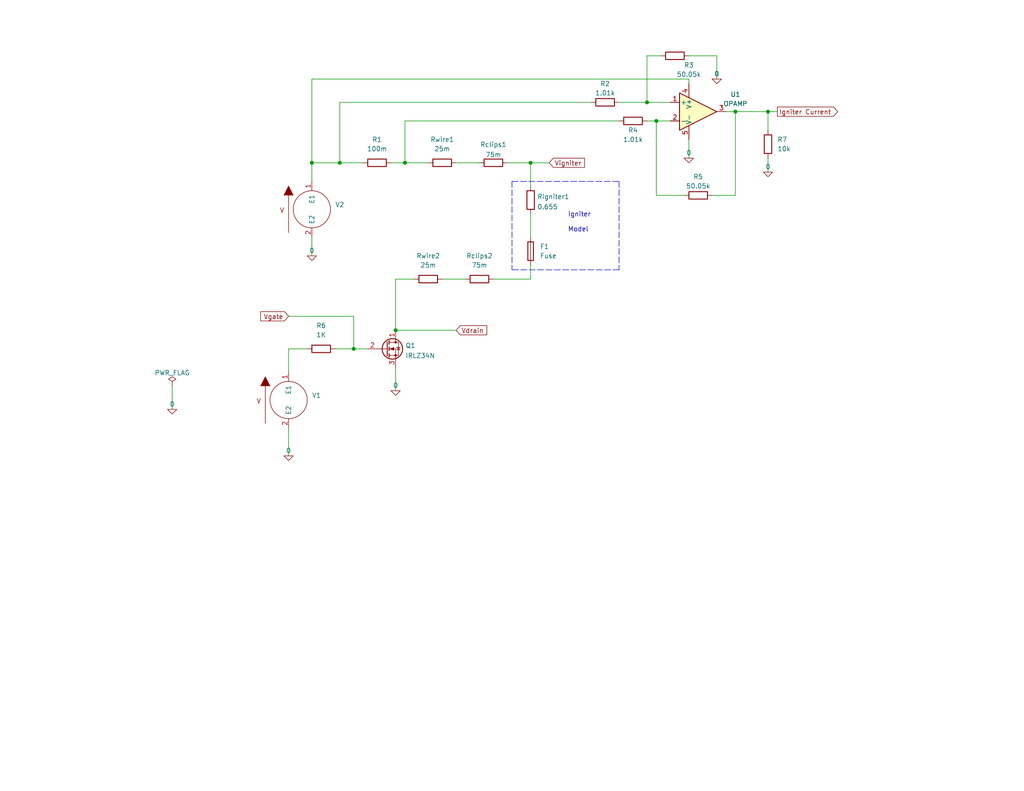
<source format=kicad_sch>
(kicad_sch (version 20211123) (generator eeschema)
  (paper "USLetter")
  (title_block (title "MOSFET Tests") (date "2021-10-26") (rev "0.1") (comment 1 "Estes Igniter"))
  (lib_symbols
    (symbol "Device:Fuse" (pin_numbers hide) (pin_names (offset 0))
      (property "Reference" "F" (at 2.032 0 90))
      (property "Value" "Fuse" (at -1.905 0 90))
      (symbol "Fuse_0_1"
        (rectangle (start -0.762 -2.54) (end 0.762 2.54) (stroke (width 0.254)))
        (polyline (pts (xy 0 2.54) (xy 0 -2.54)))
      )
      (symbol "Fuse_1_1"
        (pin passive line (at 0 3.81 270) (length 1.27) (name "~") (number "1"))
        (pin passive line (at 0 -3.81 90) (length 1.27) (name "~") (number "2"))
      )
    )
    (symbol "Device:R" (pin_numbers hide) (pin_names (offset 0))
      (property "Reference" "R" (at 2.032 0 90))
      (property "Value" "R" (at 0 0 90))
      (symbol "R_0_1"
        (rectangle (start -1.016 -2.54) (end 1.016 2.54) (stroke (width 0.254)))
      )
      (symbol "R_1_1"
        (pin passive line (at 0 3.81 270) (length 1.27) (name "~") (number "1"))
        (pin passive line (at 0 -3.81 90) (length 1.27) (name "~") (number "2"))
      )
    )
    (symbol "Simulation_SPICE:OPAMP" (pin_names (offset 0.254))
      (property "Reference" "U" (at 3.81 3.175 0))
      (property "Value" "OPAMP" (at 3.81 -3.175 0))
      (symbol "OPAMP_0_1"
        (polyline (pts (xy 5.08 0) (xy -5.08 5.08) (xy -5.08 -5.08) (xy 5.08 0)) (stroke (width 0.254)) (fill (type background)))
      )
      (symbol "OPAMP_1_1"
        (pin input line (at -7.62 2.54 0) (length 2.54) (name "+") (number "1"))
        (pin input line (at -7.62 -2.54 0) (length 2.54) (name "-") (number "2"))
        (pin output line (at 7.62 0 180) (length 2.54) (name "~") (number "3"))
        (pin power_in line (at -2.54 7.62 270) (length 3.81) (name "V+") (number "4"))
        (pin power_in line (at -2.54 -7.62 90) (length 3.81) (name "V-") (number "5"))
      )
    )
    (symbol "Simulation_SPICE:VDC" (pin_numbers hide) (pin_names (offset 0.0254))
      (property "Reference" "V" (at 2.54 2.54 0))
      (property "Value" "VDC" (at 2.54 0 0))
      (property "Spice_Model" "dc(1)" (at 2.54 -2.54 0))
      (symbol "VDC_0_0"
        (polyline (pts (xy -1.27 0.254) (xy 1.27 0.254)))
        (polyline (pts (xy -0.762 -0.254) (xy -1.27 -0.254)))
        (polyline (pts (xy 0.254 -0.254) (xy -0.254 -0.254)))
        (polyline (pts (xy 1.27 -0.254) (xy 0.762 -0.254)))
        (text "+" (at 0 1.905 0) (effects (font (size 1.27 1.27))))
      )
      (symbol "VDC_0_1"
        (circle (center 0 0) (radius 2.54) (stroke (width 0.254)) (fill (type background)))
      )
      (symbol "VDC_1_1"
        (pin passive line (at 0 5.08 270) (length 2.54) (name "~") (number "1"))
        (pin passive line (at 0 -5.08 90) (length 2.54) (name "~") (number "2"))
      )
    )
    (symbol "Transistor_FET:IRLZ34N" (pin_names hide)
      (property "Reference" "Q?" (at 5.207 0.9085 0))
      (property "Value" "IRLZ34N" (at 5.207 -1.8666 0))
      (symbol "IRLZ34N_0_1"
        (polyline (pts (xy 0.254 0) (xy -2.54 0)))
        (polyline (pts (xy 0.254 1.905) (xy 0.254 -1.905)) (stroke (width 0.254)))
        (polyline (pts (xy 0.762 -1.27) (xy 0.762 -2.286)) (stroke (width 0.254)))
        (polyline (pts (xy 0.762 0.508) (xy 0.762 -0.508)) (stroke (width 0.254)))
        (polyline (pts (xy 0.762 2.286) (xy 0.762 1.27)) (stroke (width 0.254)))
        (polyline (pts (xy 2.54 2.54) (xy 2.54 1.778)))
        (polyline (pts (xy 2.54 -2.54) (xy 2.54 0) (xy 0.762 0)))
        (polyline (pts (xy 0.762 -1.778) (xy 3.302 -1.778) (xy 3.302 1.778) (xy 0.762 1.778)))
        (polyline (pts (xy 1.016 0) (xy 2.032 0.381) (xy 2.032 -0.381) (xy 1.016 0)) (fill (type outline)))
        (polyline (pts (xy 2.794 0.508) (xy 2.921 0.381) (xy 3.683 0.381) (xy 3.81 0.254)))
        (polyline (pts (xy 3.302 0.381) (xy 2.921 -0.254) (xy 3.683 -0.254) (xy 3.302 0.381)))
        (circle (center 1.651 0) (radius 2.794) (stroke (width 0.254)))
        (circle (center 2.54 -1.778) (radius 0.254) (fill (type outline)))
        (circle (center 2.54 1.778) (radius 0.254) (fill (type outline)))
      )
      (symbol "IRLZ34N_1_1"
        (pin passive line (at 2.54 5.08 270) (length 2.54) (name "D") (number "1"))
        (pin input line (at -5.08 0 0) (length 2.54) (name "G") (number "2"))
        (pin passive line (at 2.54 -5.08 90) (length 2.54) (name "S") (number "3"))
      )
    )
    (symbol "power:PWR_FLAG" (power) (pin_numbers hide) (pin_names (offset 0) hide)
      (property "Value" "PWR_FLAG" (at 0 3.81 0))
      (symbol "PWR_FLAG_0_0"
        (pin power_out line (at 0 0 90) (length 0) (name "pwr") (number "1"))
      )
      (symbol "PWR_FLAG_0_1"
        (polyline (pts (xy 0 0) (xy 0 1.27) (xy -1.016 1.905) (xy 0 2.54) (xy 1.016 1.905) (xy 0 1.27)))
      )
    )
    (symbol "pspice:0" (power) (pin_names (offset 0))
      (property "Value" "0" (at 0 -1.778 0))
      (symbol "0_0_1"
        (polyline (pts (xy -1.27 0) (xy 0 -1.27) (xy 1.27 0) (xy -1.27 0)))
      )
      (symbol "0_1_1"
        (pin power_in line (at 0 0 0) (length 0) hide (name "0") (number "1"))
      )
    )
    (symbol "pspice:VSOURCE" (pin_names (offset 1.016))
      (property "Reference" "V" (at -6.35 7.62 0))
      (property "Value" "VSOURCE" (at 0 0 0))
      (symbol "VSOURCE_0_1"
        (polyline (pts (xy -6.35 -6.35) (xy -6.35 3.81)) (fill (type outline)))
        (polyline (pts (xy -7.62 3.81) (xy -6.35 6.35) (xy -5.08 3.81)) (fill (type outline)))
        (circle (center 0 0) (radius 5.08))
        (text "V" (at -8.128 -0.254 0) (effects (font (size 1.27 1.27))))
      )
      (symbol "VSOURCE_1_1"
        (pin input line (at 0 7.62 270) (length 2.54) (name "E1") (number "1"))
        (pin input line (at 0 -7.62 90) (length 2.54) (name "E2") (number "2"))
      )
    )
  )
  (junction (at 85.09 44.45))
  (junction (at 209.55 30.48))
  (junction (at 179.07 33.02))
  (junction (at 144.78 44.45))
  (junction (at 110.49 44.45))
  (junction (at 200.66 30.48))
  (junction (at 176.53 27.94))
  (junction (at 92.71 44.45))
  (junction (at 96.52 95.25))
  (junction (at 107.95 90.17))
  (wire (pts (xy 120.65 76.2) (xy 127 76.2)))
  (wire (pts (xy 107.95 90.17) (xy 124.46 90.17)))
  (wire (pts (xy 96.52 95.25) (xy 100.33 95.25)))
  (polyline (pts (xy 139.7 49.53) (xy 139.7 73.66)))
  (wire (pts (xy 144.78 58.42) (xy 144.78 64.77)))
  (wire (pts (xy 209.55 43.18) (xy 209.55 46.99)))
  (wire (pts (xy 198.12 30.48) (xy 200.66 30.48)))
  (wire (pts (xy 46.99 105.41) (xy 46.99 111.76)))
  (wire (pts (xy 85.09 64.77) (xy 85.09 69.85)))
  (wire (pts (xy 78.74 116.84) (xy 78.74 124.46)))
  (wire (pts (xy 176.53 15.24) (xy 176.53 27.94)))
  (wire (pts (xy 124.46 44.45) (xy 130.81 44.45)))
  (wire (pts (xy 176.53 15.24) (xy 180.34 15.24)))
  (wire (pts (xy 144.78 44.45) (xy 144.78 50.8)))
  (wire (pts (xy 168.91 27.94) (xy 176.53 27.94)))
  (wire (pts (xy 78.74 95.25) (xy 78.74 101.6)))
  (wire (pts (xy 92.71 27.94) (xy 161.29 27.94)))
  (wire (pts (xy 92.71 44.45) (xy 92.71 27.94)))
  (wire (pts (xy 209.55 30.48) (xy 212.09 30.48)))
  (wire (pts (xy 96.52 86.36) (xy 96.52 95.25)))
  (wire (pts (xy 92.71 44.45) (xy 99.06 44.45)))
  (wire (pts (xy 85.09 44.45) (xy 85.09 49.53)))
  (wire (pts (xy 91.44 95.25) (xy 96.52 95.25)))
  (wire (pts (xy 176.53 33.02) (xy 179.07 33.02)))
  (wire (pts (xy 83.82 95.25) (xy 78.74 95.25)))
  (polyline (pts (xy 168.91 73.66) (xy 139.7 73.66)))
  (wire (pts (xy 78.74 86.36) (xy 96.52 86.36)))
  (wire (pts (xy 179.07 33.02) (xy 182.88 33.02)))
  (wire (pts (xy 107.95 100.33) (xy 107.95 106.68)))
  (wire (pts (xy 85.09 21.59) (xy 187.96 21.59)))
  (wire (pts (xy 144.78 44.45) (xy 149.86 44.45)))
  (wire (pts (xy 179.07 33.02) (xy 179.07 53.34)))
  (wire (pts (xy 187.96 21.59) (xy 187.96 22.86)))
  (wire (pts (xy 209.55 30.48) (xy 209.55 35.56)))
  (wire (pts (xy 110.49 44.45) (xy 116.84 44.45)))
  (wire (pts (xy 85.09 21.59) (xy 85.09 44.45)))
  (wire (pts (xy 138.43 44.45) (xy 144.78 44.45)))
  (wire (pts (xy 187.96 38.1) (xy 187.96 43.18)))
  (wire (pts (xy 144.78 76.2) (xy 144.78 72.39)))
  (wire (pts (xy 179.07 53.34) (xy 186.69 53.34)))
  (wire (pts (xy 187.96 15.24) (xy 195.58 15.24)))
  (polyline (pts (xy 139.7 49.53) (xy 168.91 49.53)))
  (wire (pts (xy 134.62 76.2) (xy 144.78 76.2)))
  (wire (pts (xy 107.95 76.2) (xy 107.95 90.17)))
  (wire (pts (xy 176.53 27.94) (xy 182.88 27.94)))
  (polyline (pts (xy 168.91 49.53) (xy 168.91 73.66)))
  (wire (pts (xy 106.68 44.45) (xy 110.49 44.45)))
  (wire (pts (xy 85.09 44.45) (xy 92.71 44.45)))
  (wire (pts (xy 195.58 15.24) (xy 195.58 21.59)))
  (wire (pts (xy 200.66 53.34) (xy 200.66 30.48)))
  (wire (pts (xy 200.66 30.48) (xy 209.55 30.48)))
  (wire (pts (xy 107.95 76.2) (xy 113.03 76.2)))
  (wire (pts (xy 168.91 33.02) (xy 110.49 33.02)))
  (wire (pts (xy 110.49 33.02) (xy 110.49 44.45)))
  (wire (pts (xy 194.31 53.34) (xy 200.66 53.34)))
  (text "Igniter\n\nModel" (at 154.94 63.5 0) (effects (font (size 1.27 1.27)) (justify left bottom)))
  (global_label "Vigniter" (shape input) (at 149.86 44.45 0) (property "Intersheet References" "${INTERSHEET_REFS}" (effects hide)))
  (global_label "Vdrain" (shape input) (at 124.46 90.17 0) (property "Intersheet References" "${INTERSHEET_REFS}" (effects hide)))
  (global_label "Vgate" (shape input) (at 78.74 86.36 180) (property "Intersheet References" "${INTERSHEET_REFS}" (effects hide)))
  (global_label "Igniter Current" (shape output) (at 212.09 30.48 0) (property "Intersheet References" "${INTERSHEET_REFS}" (effects hide)))
  (symbol (lib_id "pspice:0") (at 85.09 69.85 0) (unit 1)
    (property "Reference" "#GND0103" (effects hide))
    (property "Value" "0" (at 85.09 68.4044 0))
  )
  (symbol (lib_id "Device:R") (at 184.15 15.24 270) (unit 1)
    (property "Reference" "R3" (at 187.96 17.78 90))
    (property "Value" "50.05k" (at 187.96 20.32 90))
  )
  (symbol (lib_id "Device:R") (at 130.81 76.2 270) (unit 1)
    (property "Reference" "Rclips2" (at 130.81 69.85 90))
    (property "Value" "75m" (at 130.81 72.39 90))
  )
  (symbol (lib_id "Device:R") (at 102.87 44.45 270) (unit 1)
    (property "Reference" "R1" (at 102.87 38.1 90))
    (property "Value" "100m" (at 102.87 40.64 90))
    (property "Spice_Primitive" "R" (effects hide))
    (property "Spice_Model" "0.1" (effects hide))
    (property "Spice_Netlist_Enabled" "Y" (effects hide))
  )
  (symbol (lib_id "Device:R") (at 190.5 53.34 270) (unit 1)
    (property "Reference" "R5" (at 190.5 48.26 90))
    (property "Value" "50.05k" (at 190.5 50.8 90))
  )
  (symbol (lib_id "Device:R") (at 120.65 44.45 90) (unit 1)
    (property "Reference" "Rwire1" (at 120.65 38.1 90))
    (property "Value" "25m" (at 120.65 40.64 90))
  )
  (symbol (lib_id "Device:R") (at 165.1 27.94 270) (unit 1)
    (property "Reference" "R2" (at 165.1 22.86 90))
    (property "Value" "1.01k" (at 165.1 25.4 90))
  )
  (symbol (lib_id "Simulation_SPICE:OPAMP") (at 190.5 30.48 0) (unit 1)
    (property "Reference" "U1" (at 200.66 25.781 0))
    (property "Value" "OPAMP" (at 200.66 28.321 0))
    (property "Spice_Netlist_Enabled" "Y" (effects hide))
    (property "Spice_Primitive" "X" (effects hide))
    (property "Spice_Model" "OPAMP" (effects hide))
    (property "Spice_Lib_File" "/home/mark/python-projects/rocket_launcher_flask/Designs/libraries/TLV2462/tlv2462.spi" (effects hide))
    (property "Spice_Node_Sequence" "1 2 4 5 3" (effects hide))
  )
  (symbol (lib_id "Simulation_SPICE:VDC") (at 299.72 53.34 0) (unit 1)
    (property "Reference" "V?" (at 303.022 51.0439 0) (effects (justify left)))
    (property "Value" "12" (at 303.022 53.819 0) (effects (justify left)))
    (property "Spice_Netlist_Enabled" "N" (effects hide))
    (property "Spice_Primitive" "V" (effects hide))
    (property "Spice_Model" "dc 12" (at 303.022 56.5941 0) (effects (justify left)))
  )
  (symbol (lib_id "pspice:0") (at 187.96 43.18 0) (unit 1)
    (property "Reference" "#GND0106" (effects hide))
    (property "Value" "0" (at 187.96 41.7344 0))
  )
  (symbol (lib_id "Device:Fuse") (at 144.78 68.58 0) (unit 1)
    (property "Reference" "F1" (at 147.32 67.3099 0) (effects (justify left)))
    (property "Value" "Fuse" (at 147.32 69.8499 0) (effects (justify left)))
    (property "Spice_Primitive" "X" (effects hide))
    (property "Spice_Model" "FUSE" (effects hide))
    (property "Spice_Netlist_Enabled" "Y" (effects hide))
    (property "Spice_Lib_File" "/home/mark/python-projects/rocket_launcher_flask/Designs/libraries/fuse/Kicad/fuse_model_3.spi" (effects hide))
  )
  (symbol (lib_id "power:PWR_FLAG") (at 46.99 105.41 0) (unit 1)
    (property "Reference" "#FLG0101" (effects hide))
    (property "Value" "PWR_FLAG" (at 46.99 101.8055 0))
  )
  (symbol (lib_id "Device:R") (at 116.84 76.2 270) (unit 1)
    (property "Reference" "Rwire2" (at 116.84 69.85 90))
    (property "Value" "25m" (at 116.84 72.39 90))
  )
  (symbol (lib_id "Device:R") (at 209.55 39.37 0) (unit 1)
    (property "Reference" "R7" (at 212.09 38.0999 0) (effects (justify left)))
    (property "Value" "10k" (at 212.09 40.6399 0) (effects (justify left)))
  )
  (symbol (lib_id "pspice:VSOURCE") (at 78.74 109.22 0) (unit 1)
    (property "Reference" "V1" (at 85.09 107.9499 0) (effects (justify left)))
    (property "Value" "PULSE (0 5 1u 1u 1u 1 1)" (effects hide))
    (property "Spice_Primitive" "V" (effects hide))
    (property "Spice_Model" "PWL (0 0 1 1 2 2 3 3 4 4 5 5 5 5 5 5 5 5 5 5 5 5)" (at 85.09 110.4899 0) (effects (justify left)))
    (property "Spice_Netlist_Enabled" "Y" (effects hide))
  )
  (symbol (lib_id "pspice:0") (at 46.99 111.76 0) (unit 1)
    (property "Reference" "#GND0104" (effects hide))
    (property "Value" "0" (at 46.99 110.3144 0))
  )
  (symbol (lib_id "Device:R") (at 87.63 95.25 90) (unit 1)
    (property "Reference" "R6" (at 87.63 88.9 90))
    (property "Value" "1K" (at 87.63 91.44 90))
  )
  (symbol (lib_id "pspice:0") (at 78.74 124.46 0) (unit 1)
    (property "Reference" "#GND0102" (effects hide))
    (property "Value" "0" (at 78.74 123.0144 0))
  )
  (symbol (lib_id "pspice:VSOURCE") (at 85.09 57.15 0) (unit 1)
    (property "Reference" "V2" (at 91.44 55.8799 0) (effects (justify left)))
    (property "Value" "12v" (effects hide))
    (property "Spice_Primitive" "V" (effects hide))
    (property "Spice_Model" "dc 12v" (at 91.44 58.4199 0) (effects (justify left)))
    (property "Spice_Netlist_Enabled" "Y" (effects hide))
  )
  (symbol (lib_id "Transistor_FET:IRLZ34N") (at 105.41 95.25 0) (unit 1)
    (property "Reference" "Q1" (at 110.617 94.3415 0) (effects (justify left)))
    (property "Value" "IRLZ34N" (at 110.617 97.1166 0) (effects (justify left)))
    (property "Footprint" "Package_TO_SOT_THT:TO-220-3_Vertical" (effects hide))
    (property "Datasheet" "http://www.infineon.com/dgdl/irlz34npbf.pdf?fileId=5546d462533600a40153567206892720" (effects hide))
    (property "Spice_Primitive" "X" (effects hide))
    (property "Spice_Model" "irlz34n" (effects hide))
    (property "Spice_Netlist_Enabled" "Y" (effects hide))
    (property "Spice_Lib_File" "/home/mark/python-projects/rocket_launcher_flask/Designs/libraries/irlz34n.spi" (effects hide))
  )
  (symbol (lib_id "pspice:0") (at 107.95 106.68 0) (unit 1)
    (property "Reference" "#GND0101" (effects hide))
    (property "Value" "0" (at 107.95 105.2344 0))
  )
  (symbol (lib_id "pspice:0") (at 209.55 46.99 0) (unit 1)
    (property "Reference" "#GND0107" (effects hide))
    (property "Value" "0" (at 209.55 45.5444 0))
  )
  (symbol (lib_id "Device:R") (at 144.78 54.61 0) (unit 1)
    (property "Reference" "Rigniter1" (at 146.558 53.7015 0) (effects (justify left)))
    (property "Value" "0.655" (at 146.558 56.4766 0) (effects (justify left)))
  )
  (symbol (lib_id "pspice:0") (at 195.58 21.59 0) (unit 1)
    (property "Reference" "#GND0105" (effects hide))
    (property "Value" "0" (at 195.58 20.1444 0))
  )
  (symbol (lib_id "Device:R") (at 134.62 44.45 270) (unit 1)
    (property "Reference" "Rclips1" (at 134.62 39.4675 90))
    (property "Value" "75m" (at 134.62 42.2426 90))
  )
  (symbol (lib_id "Device:R") (at 172.72 33.02 270) (unit 1)
    (property "Reference" "R4" (at 172.72 35.56 90))
    (property "Value" "1.01k" (at 172.72 38.1 90))
  )
)
</source>
